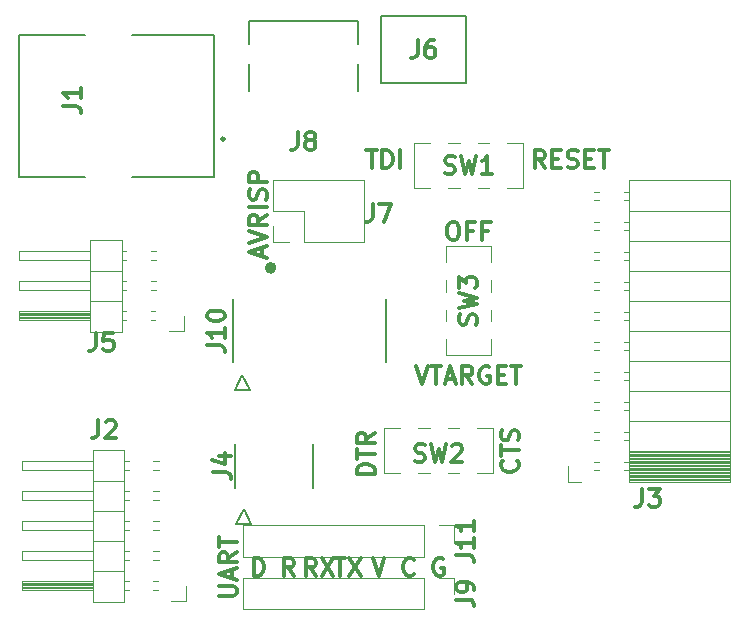
<source format=gto>
G04 #@! TF.GenerationSoftware,KiCad,Pcbnew,6.0.5-a6ca702e91~116~ubuntu20.04.1*
G04 #@! TF.CreationDate,2022-05-18T13:30:29-07:00*
G04 #@! TF.ProjectId,tag-connect-breakout,7461672d-636f-46e6-9e65-63742d627265,rev?*
G04 #@! TF.SameCoordinates,Original*
G04 #@! TF.FileFunction,Legend,Top*
G04 #@! TF.FilePolarity,Positive*
%FSLAX46Y46*%
G04 Gerber Fmt 4.6, Leading zero omitted, Abs format (unit mm)*
G04 Created by KiCad (PCBNEW 6.0.5-a6ca702e91~116~ubuntu20.04.1) date 2022-05-18 13:30:29*
%MOMM*%
%LPD*%
G01*
G04 APERTURE LIST*
%ADD10C,0.300000*%
%ADD11C,0.500000*%
%ADD12C,0.120000*%
%ADD13C,0.127000*%
%ADD14C,0.152400*%
%ADD15C,0.150000*%
G04 APERTURE END LIST*
D10*
X52518571Y-130408857D02*
X53732857Y-130408857D01*
X53875714Y-130337428D01*
X53947142Y-130266000D01*
X54018571Y-130123142D01*
X54018571Y-129837428D01*
X53947142Y-129694571D01*
X53875714Y-129623142D01*
X53732857Y-129551714D01*
X52518571Y-129551714D01*
X53590000Y-128908857D02*
X53590000Y-128194571D01*
X54018571Y-129051714D02*
X52518571Y-128551714D01*
X54018571Y-128051714D01*
X54018571Y-126694571D02*
X53304285Y-127194571D01*
X54018571Y-127551714D02*
X52518571Y-127551714D01*
X52518571Y-126980285D01*
X52590000Y-126837428D01*
X52661428Y-126766000D01*
X52804285Y-126694571D01*
X53018571Y-126694571D01*
X53161428Y-126766000D01*
X53232857Y-126837428D01*
X53304285Y-126980285D01*
X53304285Y-127551714D01*
X52518571Y-126266000D02*
X52518571Y-125408857D01*
X54018571Y-125837428D02*
X52518571Y-125837428D01*
X56130000Y-101615428D02*
X56130000Y-100901142D01*
X56558571Y-101758285D02*
X55058571Y-101258285D01*
X56558571Y-100758285D01*
X55058571Y-100472571D02*
X56558571Y-99972571D01*
X55058571Y-99472571D01*
X56558571Y-98115428D02*
X55844285Y-98615428D01*
X56558571Y-98972571D02*
X55058571Y-98972571D01*
X55058571Y-98401142D01*
X55130000Y-98258285D01*
X55201428Y-98186857D01*
X55344285Y-98115428D01*
X55558571Y-98115428D01*
X55701428Y-98186857D01*
X55772857Y-98258285D01*
X55844285Y-98401142D01*
X55844285Y-98972571D01*
X56558571Y-97472571D02*
X55058571Y-97472571D01*
X56487142Y-96829714D02*
X56558571Y-96615428D01*
X56558571Y-96258285D01*
X56487142Y-96115428D01*
X56415714Y-96044000D01*
X56272857Y-95972571D01*
X56130000Y-95972571D01*
X55987142Y-96044000D01*
X55915714Y-96115428D01*
X55844285Y-96258285D01*
X55772857Y-96544000D01*
X55701428Y-96686857D01*
X55630000Y-96758285D01*
X55487142Y-96829714D01*
X55344285Y-96829714D01*
X55201428Y-96758285D01*
X55130000Y-96686857D01*
X55058571Y-96544000D01*
X55058571Y-96186857D01*
X55130000Y-95972571D01*
X56558571Y-95329714D02*
X55058571Y-95329714D01*
X55058571Y-94758285D01*
X55130000Y-94615428D01*
X55201428Y-94544000D01*
X55344285Y-94472571D01*
X55558571Y-94472571D01*
X55701428Y-94544000D01*
X55772857Y-94615428D01*
X55844285Y-94758285D01*
X55844285Y-95329714D01*
D11*
X57146000Y-102616000D02*
G75*
G03*
X57146000Y-102616000I-250000J0D01*
G01*
D10*
X58884285Y-128694571D02*
X58384285Y-127980285D01*
X58027142Y-128694571D02*
X58027142Y-127194571D01*
X58598571Y-127194571D01*
X58741428Y-127266000D01*
X58812857Y-127337428D01*
X58884285Y-127480285D01*
X58884285Y-127694571D01*
X58812857Y-127837428D01*
X58741428Y-127908857D01*
X58598571Y-127980285D01*
X58027142Y-127980285D01*
X69044285Y-128551714D02*
X68972857Y-128623142D01*
X68758571Y-128694571D01*
X68615714Y-128694571D01*
X68401428Y-128623142D01*
X68258571Y-128480285D01*
X68187142Y-128337428D01*
X68115714Y-128051714D01*
X68115714Y-127837428D01*
X68187142Y-127551714D01*
X68258571Y-127408857D01*
X68401428Y-127266000D01*
X68615714Y-127194571D01*
X68758571Y-127194571D01*
X68972857Y-127266000D01*
X69044285Y-127337428D01*
X60710000Y-128694571D02*
X60210000Y-127980285D01*
X59852857Y-128694571D02*
X59852857Y-127194571D01*
X60424285Y-127194571D01*
X60567142Y-127266000D01*
X60638571Y-127337428D01*
X60710000Y-127480285D01*
X60710000Y-127694571D01*
X60638571Y-127837428D01*
X60567142Y-127908857D01*
X60424285Y-127980285D01*
X59852857Y-127980285D01*
X61210000Y-127194571D02*
X62210000Y-128694571D01*
X62210000Y-127194571D02*
X61210000Y-128694571D01*
X62357142Y-127194571D02*
X63214285Y-127194571D01*
X62785714Y-128694571D02*
X62785714Y-127194571D01*
X63571428Y-127194571D02*
X64571428Y-128694571D01*
X64571428Y-127194571D02*
X63571428Y-128694571D01*
X65540000Y-127194571D02*
X66040000Y-128694571D01*
X66540000Y-127194571D01*
X71512857Y-127266000D02*
X71370000Y-127194571D01*
X71155714Y-127194571D01*
X70941428Y-127266000D01*
X70798571Y-127408857D01*
X70727142Y-127551714D01*
X70655714Y-127837428D01*
X70655714Y-128051714D01*
X70727142Y-128337428D01*
X70798571Y-128480285D01*
X70941428Y-128623142D01*
X71155714Y-128694571D01*
X71298571Y-128694571D01*
X71512857Y-128623142D01*
X71584285Y-128551714D01*
X71584285Y-128051714D01*
X71298571Y-128051714D01*
X55487142Y-128694571D02*
X55487142Y-127194571D01*
X55844285Y-127194571D01*
X56058571Y-127266000D01*
X56201428Y-127408857D01*
X56272857Y-127551714D01*
X56344285Y-127837428D01*
X56344285Y-128051714D01*
X56272857Y-128337428D01*
X56201428Y-128480285D01*
X56058571Y-128623142D01*
X55844285Y-128694571D01*
X55487142Y-128694571D01*
X77751714Y-118931428D02*
X77823142Y-119002857D01*
X77894571Y-119217142D01*
X77894571Y-119360000D01*
X77823142Y-119574285D01*
X77680285Y-119717142D01*
X77537428Y-119788571D01*
X77251714Y-119860000D01*
X77037428Y-119860000D01*
X76751714Y-119788571D01*
X76608857Y-119717142D01*
X76466000Y-119574285D01*
X76394571Y-119360000D01*
X76394571Y-119217142D01*
X76466000Y-119002857D01*
X76537428Y-118931428D01*
X76394571Y-118502857D02*
X76394571Y-117645714D01*
X77894571Y-118074285D02*
X76394571Y-118074285D01*
X77823142Y-117217142D02*
X77894571Y-117002857D01*
X77894571Y-116645714D01*
X77823142Y-116502857D01*
X77751714Y-116431428D01*
X77608857Y-116360000D01*
X77466000Y-116360000D01*
X77323142Y-116431428D01*
X77251714Y-116502857D01*
X77180285Y-116645714D01*
X77108857Y-116931428D01*
X77037428Y-117074285D01*
X76966000Y-117145714D01*
X76823142Y-117217142D01*
X76680285Y-117217142D01*
X76537428Y-117145714D01*
X76466000Y-117074285D01*
X76394571Y-116931428D01*
X76394571Y-116574285D01*
X76466000Y-116360000D01*
X65702571Y-120078285D02*
X64202571Y-120078285D01*
X64202571Y-119721142D01*
X64274000Y-119506857D01*
X64416857Y-119364000D01*
X64559714Y-119292571D01*
X64845428Y-119221142D01*
X65059714Y-119221142D01*
X65345428Y-119292571D01*
X65488285Y-119364000D01*
X65631142Y-119506857D01*
X65702571Y-119721142D01*
X65702571Y-120078285D01*
X64202571Y-118792571D02*
X64202571Y-117935428D01*
X65702571Y-118364000D02*
X64202571Y-118364000D01*
X65702571Y-116578285D02*
X64988285Y-117078285D01*
X65702571Y-117435428D02*
X64202571Y-117435428D01*
X64202571Y-116864000D01*
X64274000Y-116721142D01*
X64345428Y-116649714D01*
X64488285Y-116578285D01*
X64702571Y-116578285D01*
X64845428Y-116649714D01*
X64916857Y-116721142D01*
X64988285Y-116864000D01*
X64988285Y-117435428D01*
X69195714Y-110938571D02*
X69695714Y-112438571D01*
X70195714Y-110938571D01*
X70481428Y-110938571D02*
X71338571Y-110938571D01*
X70910000Y-112438571D02*
X70910000Y-110938571D01*
X71767142Y-112010000D02*
X72481428Y-112010000D01*
X71624285Y-112438571D02*
X72124285Y-110938571D01*
X72624285Y-112438571D01*
X73981428Y-112438571D02*
X73481428Y-111724285D01*
X73124285Y-112438571D02*
X73124285Y-110938571D01*
X73695714Y-110938571D01*
X73838571Y-111010000D01*
X73910000Y-111081428D01*
X73981428Y-111224285D01*
X73981428Y-111438571D01*
X73910000Y-111581428D01*
X73838571Y-111652857D01*
X73695714Y-111724285D01*
X73124285Y-111724285D01*
X75410000Y-111010000D02*
X75267142Y-110938571D01*
X75052857Y-110938571D01*
X74838571Y-111010000D01*
X74695714Y-111152857D01*
X74624285Y-111295714D01*
X74552857Y-111581428D01*
X74552857Y-111795714D01*
X74624285Y-112081428D01*
X74695714Y-112224285D01*
X74838571Y-112367142D01*
X75052857Y-112438571D01*
X75195714Y-112438571D01*
X75410000Y-112367142D01*
X75481428Y-112295714D01*
X75481428Y-111795714D01*
X75195714Y-111795714D01*
X76124285Y-111652857D02*
X76624285Y-111652857D01*
X76838571Y-112438571D02*
X76124285Y-112438571D01*
X76124285Y-110938571D01*
X76838571Y-110938571D01*
X77267142Y-110938571D02*
X78124285Y-110938571D01*
X77695714Y-112438571D02*
X77695714Y-110938571D01*
X72231428Y-98746571D02*
X72517142Y-98746571D01*
X72660000Y-98818000D01*
X72802857Y-98960857D01*
X72874285Y-99246571D01*
X72874285Y-99746571D01*
X72802857Y-100032285D01*
X72660000Y-100175142D01*
X72517142Y-100246571D01*
X72231428Y-100246571D01*
X72088571Y-100175142D01*
X71945714Y-100032285D01*
X71874285Y-99746571D01*
X71874285Y-99246571D01*
X71945714Y-98960857D01*
X72088571Y-98818000D01*
X72231428Y-98746571D01*
X74017142Y-99460857D02*
X73517142Y-99460857D01*
X73517142Y-100246571D02*
X73517142Y-98746571D01*
X74231428Y-98746571D01*
X75302857Y-99460857D02*
X74802857Y-99460857D01*
X74802857Y-100246571D02*
X74802857Y-98746571D01*
X75517142Y-98746571D01*
X80117428Y-94150571D02*
X79617428Y-93436285D01*
X79260285Y-94150571D02*
X79260285Y-92650571D01*
X79831714Y-92650571D01*
X79974571Y-92722000D01*
X80046000Y-92793428D01*
X80117428Y-92936285D01*
X80117428Y-93150571D01*
X80046000Y-93293428D01*
X79974571Y-93364857D01*
X79831714Y-93436285D01*
X79260285Y-93436285D01*
X80760285Y-93364857D02*
X81260285Y-93364857D01*
X81474571Y-94150571D02*
X80760285Y-94150571D01*
X80760285Y-92650571D01*
X81474571Y-92650571D01*
X82046000Y-94079142D02*
X82260285Y-94150571D01*
X82617428Y-94150571D01*
X82760285Y-94079142D01*
X82831714Y-94007714D01*
X82903142Y-93864857D01*
X82903142Y-93722000D01*
X82831714Y-93579142D01*
X82760285Y-93507714D01*
X82617428Y-93436285D01*
X82331714Y-93364857D01*
X82188857Y-93293428D01*
X82117428Y-93222000D01*
X82046000Y-93079142D01*
X82046000Y-92936285D01*
X82117428Y-92793428D01*
X82188857Y-92722000D01*
X82331714Y-92650571D01*
X82688857Y-92650571D01*
X82903142Y-92722000D01*
X83546000Y-93364857D02*
X84046000Y-93364857D01*
X84260285Y-94150571D02*
X83546000Y-94150571D01*
X83546000Y-92650571D01*
X84260285Y-92650571D01*
X84688857Y-92650571D02*
X85546000Y-92650571D01*
X85117428Y-94150571D02*
X85117428Y-92650571D01*
X65012285Y-92650571D02*
X65869428Y-92650571D01*
X65440857Y-94150571D02*
X65440857Y-92650571D01*
X66369428Y-94150571D02*
X66369428Y-92650571D01*
X66726571Y-92650571D01*
X66940857Y-92722000D01*
X67083714Y-92864857D01*
X67155142Y-93007714D01*
X67226571Y-93293428D01*
X67226571Y-93507714D01*
X67155142Y-93793428D01*
X67083714Y-93936285D01*
X66940857Y-94079142D01*
X66726571Y-94150571D01*
X66369428Y-94150571D01*
X67869428Y-94150571D02*
X67869428Y-92650571D01*
G04 #@! TO.C,J7*
X65540000Y-97222571D02*
X65540000Y-98294000D01*
X65468571Y-98508285D01*
X65325714Y-98651142D01*
X65111428Y-98722571D01*
X64968571Y-98722571D01*
X66111428Y-97222571D02*
X67111428Y-97222571D01*
X66468571Y-98722571D01*
G04 #@! TO.C,J1*
X39310571Y-88892000D02*
X40382000Y-88892000D01*
X40596285Y-88963428D01*
X40739142Y-89106285D01*
X40810571Y-89320571D01*
X40810571Y-89463428D01*
X40810571Y-87392000D02*
X40810571Y-88249142D01*
X40810571Y-87820571D02*
X39310571Y-87820571D01*
X39524857Y-87963428D01*
X39667714Y-88106285D01*
X39739142Y-88249142D01*
G04 #@! TO.C,J11*
X72628571Y-126944285D02*
X73700000Y-126944285D01*
X73914285Y-127015714D01*
X74057142Y-127158571D01*
X74128571Y-127372857D01*
X74128571Y-127515714D01*
X74128571Y-125444285D02*
X74128571Y-126301428D01*
X74128571Y-125872857D02*
X72628571Y-125872857D01*
X72842857Y-126015714D01*
X72985714Y-126158571D01*
X73057142Y-126301428D01*
X74128571Y-124015714D02*
X74128571Y-124872857D01*
X74128571Y-124444285D02*
X72628571Y-124444285D01*
X72842857Y-124587142D01*
X72985714Y-124730000D01*
X73057142Y-124872857D01*
G04 #@! TO.C,J2*
X42312500Y-115510571D02*
X42312500Y-116582000D01*
X42241071Y-116796285D01*
X42098214Y-116939142D01*
X41883928Y-117010571D01*
X41741071Y-117010571D01*
X42955357Y-115653428D02*
X43026785Y-115582000D01*
X43169642Y-115510571D01*
X43526785Y-115510571D01*
X43669642Y-115582000D01*
X43741071Y-115653428D01*
X43812500Y-115796285D01*
X43812500Y-115939142D01*
X43741071Y-116153428D01*
X42883928Y-117010571D01*
X43812500Y-117010571D01*
G04 #@! TO.C,SW3*
X74267142Y-107410000D02*
X74338571Y-107195714D01*
X74338571Y-106838571D01*
X74267142Y-106695714D01*
X74195714Y-106624285D01*
X74052857Y-106552857D01*
X73910000Y-106552857D01*
X73767142Y-106624285D01*
X73695714Y-106695714D01*
X73624285Y-106838571D01*
X73552857Y-107124285D01*
X73481428Y-107267142D01*
X73410000Y-107338571D01*
X73267142Y-107410000D01*
X73124285Y-107410000D01*
X72981428Y-107338571D01*
X72910000Y-107267142D01*
X72838571Y-107124285D01*
X72838571Y-106767142D01*
X72910000Y-106552857D01*
X72838571Y-106052857D02*
X74338571Y-105695714D01*
X73267142Y-105410000D01*
X74338571Y-105124285D01*
X72838571Y-104767142D01*
X72838571Y-104338571D02*
X72838571Y-103410000D01*
X73410000Y-103910000D01*
X73410000Y-103695714D01*
X73481428Y-103552857D01*
X73552857Y-103481428D01*
X73695714Y-103410000D01*
X74052857Y-103410000D01*
X74195714Y-103481428D01*
X74267142Y-103552857D01*
X74338571Y-103695714D01*
X74338571Y-104124285D01*
X74267142Y-104267142D01*
X74195714Y-104338571D01*
G04 #@! TO.C,SW2*
X69120000Y-118971142D02*
X69334285Y-119042571D01*
X69691428Y-119042571D01*
X69834285Y-118971142D01*
X69905714Y-118899714D01*
X69977142Y-118756857D01*
X69977142Y-118614000D01*
X69905714Y-118471142D01*
X69834285Y-118399714D01*
X69691428Y-118328285D01*
X69405714Y-118256857D01*
X69262857Y-118185428D01*
X69191428Y-118114000D01*
X69120000Y-117971142D01*
X69120000Y-117828285D01*
X69191428Y-117685428D01*
X69262857Y-117614000D01*
X69405714Y-117542571D01*
X69762857Y-117542571D01*
X69977142Y-117614000D01*
X70477142Y-117542571D02*
X70834285Y-119042571D01*
X71120000Y-117971142D01*
X71405714Y-119042571D01*
X71762857Y-117542571D01*
X72262857Y-117685428D02*
X72334285Y-117614000D01*
X72477142Y-117542571D01*
X72834285Y-117542571D01*
X72977142Y-117614000D01*
X73048571Y-117685428D01*
X73120000Y-117828285D01*
X73120000Y-117971142D01*
X73048571Y-118185428D01*
X72191428Y-119042571D01*
X73120000Y-119042571D01*
G04 #@! TO.C,SW1*
X71660000Y-94587142D02*
X71874285Y-94658571D01*
X72231428Y-94658571D01*
X72374285Y-94587142D01*
X72445714Y-94515714D01*
X72517142Y-94372857D01*
X72517142Y-94230000D01*
X72445714Y-94087142D01*
X72374285Y-94015714D01*
X72231428Y-93944285D01*
X71945714Y-93872857D01*
X71802857Y-93801428D01*
X71731428Y-93730000D01*
X71660000Y-93587142D01*
X71660000Y-93444285D01*
X71731428Y-93301428D01*
X71802857Y-93230000D01*
X71945714Y-93158571D01*
X72302857Y-93158571D01*
X72517142Y-93230000D01*
X73017142Y-93158571D02*
X73374285Y-94658571D01*
X73660000Y-93587142D01*
X73945714Y-94658571D01*
X74302857Y-93158571D01*
X75660000Y-94658571D02*
X74802857Y-94658571D01*
X75231428Y-94658571D02*
X75231428Y-93158571D01*
X75088571Y-93372857D01*
X74945714Y-93515714D01*
X74802857Y-93587142D01*
G04 #@! TO.C,J10*
X51502571Y-109164285D02*
X52574000Y-109164285D01*
X52788285Y-109235714D01*
X52931142Y-109378571D01*
X53002571Y-109592857D01*
X53002571Y-109735714D01*
X53002571Y-107664285D02*
X53002571Y-108521428D01*
X53002571Y-108092857D02*
X51502571Y-108092857D01*
X51716857Y-108235714D01*
X51859714Y-108378571D01*
X51931142Y-108521428D01*
X51502571Y-106735714D02*
X51502571Y-106592857D01*
X51574000Y-106450000D01*
X51645428Y-106378571D01*
X51788285Y-106307142D01*
X52074000Y-106235714D01*
X52431142Y-106235714D01*
X52716857Y-106307142D01*
X52859714Y-106378571D01*
X52931142Y-106450000D01*
X53002571Y-106592857D01*
X53002571Y-106735714D01*
X52931142Y-106878571D01*
X52859714Y-106950000D01*
X52716857Y-107021428D01*
X52431142Y-107092857D01*
X52074000Y-107092857D01*
X51788285Y-107021428D01*
X51645428Y-106950000D01*
X51574000Y-106878571D01*
X51502571Y-106735714D01*
G04 #@! TO.C,J9*
X72628571Y-130700000D02*
X73700000Y-130700000D01*
X73914285Y-130771428D01*
X74057142Y-130914285D01*
X74128571Y-131128571D01*
X74128571Y-131271428D01*
X74128571Y-129914285D02*
X74128571Y-129628571D01*
X74057142Y-129485714D01*
X73985714Y-129414285D01*
X73771428Y-129271428D01*
X73485714Y-129200000D01*
X72914285Y-129200000D01*
X72771428Y-129271428D01*
X72700000Y-129342857D01*
X72628571Y-129485714D01*
X72628571Y-129771428D01*
X72700000Y-129914285D01*
X72771428Y-129985714D01*
X72914285Y-130057142D01*
X73271428Y-130057142D01*
X73414285Y-129985714D01*
X73485714Y-129914285D01*
X73557142Y-129771428D01*
X73557142Y-129485714D01*
X73485714Y-129342857D01*
X73414285Y-129271428D01*
X73271428Y-129200000D01*
G04 #@! TO.C,J8*
X59190000Y-91126571D02*
X59190000Y-92198000D01*
X59118571Y-92412285D01*
X58975714Y-92555142D01*
X58761428Y-92626571D01*
X58618571Y-92626571D01*
X60118571Y-91769428D02*
X59975714Y-91698000D01*
X59904285Y-91626571D01*
X59832857Y-91483714D01*
X59832857Y-91412285D01*
X59904285Y-91269428D01*
X59975714Y-91198000D01*
X60118571Y-91126571D01*
X60404285Y-91126571D01*
X60547142Y-91198000D01*
X60618571Y-91269428D01*
X60690000Y-91412285D01*
X60690000Y-91483714D01*
X60618571Y-91626571D01*
X60547142Y-91698000D01*
X60404285Y-91769428D01*
X60118571Y-91769428D01*
X59975714Y-91840857D01*
X59904285Y-91912285D01*
X59832857Y-92055142D01*
X59832857Y-92340857D01*
X59904285Y-92483714D01*
X59975714Y-92555142D01*
X60118571Y-92626571D01*
X60404285Y-92626571D01*
X60547142Y-92555142D01*
X60618571Y-92483714D01*
X60690000Y-92340857D01*
X60690000Y-92055142D01*
X60618571Y-91912285D01*
X60547142Y-91840857D01*
X60404285Y-91769428D01*
G04 #@! TO.C,J6*
X69350000Y-83358571D02*
X69350000Y-84430000D01*
X69278571Y-84644285D01*
X69135714Y-84787142D01*
X68921428Y-84858571D01*
X68778571Y-84858571D01*
X70707142Y-83358571D02*
X70421428Y-83358571D01*
X70278571Y-83430000D01*
X70207142Y-83501428D01*
X70064285Y-83715714D01*
X69992857Y-84001428D01*
X69992857Y-84572857D01*
X70064285Y-84715714D01*
X70135714Y-84787142D01*
X70278571Y-84858571D01*
X70564285Y-84858571D01*
X70707142Y-84787142D01*
X70778571Y-84715714D01*
X70850000Y-84572857D01*
X70850000Y-84215714D01*
X70778571Y-84072857D01*
X70707142Y-84001428D01*
X70564285Y-83930000D01*
X70278571Y-83930000D01*
X70135714Y-84001428D01*
X70064285Y-84072857D01*
X69992857Y-84215714D01*
G04 #@! TO.C,J5*
X42105000Y-108128571D02*
X42105000Y-109200000D01*
X42033571Y-109414285D01*
X41890714Y-109557142D01*
X41676428Y-109628571D01*
X41533571Y-109628571D01*
X43533571Y-108128571D02*
X42819285Y-108128571D01*
X42747857Y-108842857D01*
X42819285Y-108771428D01*
X42962142Y-108700000D01*
X43319285Y-108700000D01*
X43462142Y-108771428D01*
X43533571Y-108842857D01*
X43605000Y-108985714D01*
X43605000Y-109342857D01*
X43533571Y-109485714D01*
X43462142Y-109557142D01*
X43319285Y-109628571D01*
X42962142Y-109628571D01*
X42819285Y-109557142D01*
X42747857Y-109485714D01*
G04 #@! TO.C,J4*
X52010571Y-119880000D02*
X53082000Y-119880000D01*
X53296285Y-119951428D01*
X53439142Y-120094285D01*
X53510571Y-120308571D01*
X53510571Y-120451428D01*
X52510571Y-118522857D02*
X53510571Y-118522857D01*
X51939142Y-118880000D02*
X53010571Y-119237142D01*
X53010571Y-118308571D01*
G04 #@! TO.C,J3*
X88350000Y-121328571D02*
X88350000Y-122400000D01*
X88278571Y-122614285D01*
X88135714Y-122757142D01*
X87921428Y-122828571D01*
X87778571Y-122828571D01*
X88921428Y-121328571D02*
X89850000Y-121328571D01*
X89350000Y-121900000D01*
X89564285Y-121900000D01*
X89707142Y-121971428D01*
X89778571Y-122042857D01*
X89850000Y-122185714D01*
X89850000Y-122542857D01*
X89778571Y-122685714D01*
X89707142Y-122757142D01*
X89564285Y-122828571D01*
X89135714Y-122828571D01*
X88992857Y-122757142D01*
X88921428Y-122685714D01*
D12*
G04 #@! TO.C,J7*
X59690000Y-97790000D02*
X57090000Y-97790000D01*
X57090000Y-100390000D02*
X57090000Y-99060000D01*
X64830000Y-100390000D02*
X64830000Y-95190000D01*
X59690000Y-100390000D02*
X64830000Y-100390000D01*
X58420000Y-100390000D02*
X57090000Y-100390000D01*
X57090000Y-95190000D02*
X64830000Y-95190000D01*
X57090000Y-97790000D02*
X57090000Y-95190000D01*
X59690000Y-100390000D02*
X59690000Y-97790000D01*
D10*
G04 #@! TO.C,J1*
X52980000Y-91700000D02*
G75*
G03*
X52980000Y-91700000I-100000J0D01*
G01*
D13*
X41180000Y-94935000D02*
X35560000Y-94935000D01*
X52070000Y-82865000D02*
X52070000Y-94935000D01*
X35560000Y-82865000D02*
X41180000Y-82865000D01*
X52070000Y-94935000D02*
X45180000Y-94935000D01*
X45180000Y-82865000D02*
X52070000Y-82865000D01*
X35560000Y-94935000D02*
X35560000Y-82865000D01*
D12*
G04 #@! TO.C,J11*
X71120000Y-124400000D02*
X72450000Y-124400000D01*
X69850000Y-124400000D02*
X69850000Y-127060000D01*
X69850000Y-127060000D02*
X54550000Y-127060000D01*
X72450000Y-124400000D02*
X72450000Y-125730000D01*
X54550000Y-124400000D02*
X54550000Y-127060000D01*
X69850000Y-124400000D02*
X54550000Y-124400000D01*
G04 #@! TO.C,J2*
X44487500Y-130870000D02*
X44487500Y-118050000D01*
X44884571Y-129160000D02*
X44487500Y-129160000D01*
X44884571Y-122300000D02*
X44487500Y-122300000D01*
X44884571Y-119000000D02*
X44487500Y-119000000D01*
X35827500Y-122300000D02*
X35827500Y-121540000D01*
X44487500Y-123190000D02*
X41827500Y-123190000D01*
X41827500Y-129260000D02*
X35827500Y-129260000D01*
X35827500Y-126620000D02*
X41827500Y-126620000D01*
X44884571Y-129920000D02*
X44487500Y-129920000D01*
X44884571Y-127380000D02*
X44487500Y-127380000D01*
X41827500Y-124840000D02*
X35827500Y-124840000D01*
X41827500Y-129620000D02*
X35827500Y-129620000D01*
X44884571Y-119760000D02*
X44487500Y-119760000D01*
X41827500Y-127380000D02*
X35827500Y-127380000D01*
X47424571Y-127380000D02*
X46970429Y-127380000D01*
X49737500Y-129540000D02*
X49737500Y-130810000D01*
X35827500Y-124840000D02*
X35827500Y-124080000D01*
X35827500Y-129160000D02*
X41827500Y-129160000D01*
X35827500Y-121540000D02*
X41827500Y-121540000D01*
X35827500Y-127380000D02*
X35827500Y-126620000D01*
X47357500Y-129160000D02*
X46970429Y-129160000D01*
X44884571Y-126620000D02*
X44487500Y-126620000D01*
X47424571Y-124840000D02*
X46970429Y-124840000D01*
X41827500Y-129920000D02*
X35827500Y-129920000D01*
X49737500Y-130810000D02*
X48467500Y-130810000D01*
X41827500Y-118050000D02*
X41827500Y-130870000D01*
X47424571Y-126620000D02*
X46970429Y-126620000D01*
X35827500Y-124080000D02*
X41827500Y-124080000D01*
X47424571Y-122300000D02*
X46970429Y-122300000D01*
X44487500Y-128270000D02*
X41827500Y-128270000D01*
X44884571Y-124080000D02*
X44487500Y-124080000D01*
X47424571Y-119000000D02*
X46970429Y-119000000D01*
X41827500Y-122300000D02*
X35827500Y-122300000D01*
X44487500Y-118050000D02*
X41827500Y-118050000D01*
X44487500Y-120650000D02*
X41827500Y-120650000D01*
X35827500Y-119760000D02*
X35827500Y-119000000D01*
X47424571Y-119760000D02*
X46970429Y-119760000D01*
X41827500Y-130870000D02*
X44487500Y-130870000D01*
X47424571Y-124080000D02*
X46970429Y-124080000D01*
X47424571Y-121540000D02*
X46970429Y-121540000D01*
X44487500Y-125730000D02*
X41827500Y-125730000D01*
X41827500Y-129500000D02*
X35827500Y-129500000D01*
X44884571Y-124840000D02*
X44487500Y-124840000D01*
X41827500Y-129860000D02*
X35827500Y-129860000D01*
X44884571Y-121540000D02*
X44487500Y-121540000D01*
X47357500Y-129920000D02*
X46970429Y-129920000D01*
X41827500Y-129740000D02*
X35827500Y-129740000D01*
X35827500Y-119000000D02*
X41827500Y-119000000D01*
X35827500Y-129920000D02*
X35827500Y-129160000D01*
X41827500Y-129380000D02*
X35827500Y-129380000D01*
X41827500Y-119760000D02*
X35827500Y-119760000D01*
G04 #@! TO.C,SW3*
X71750000Y-100800000D02*
X75570000Y-100800000D01*
X71750000Y-108670000D02*
X71750000Y-110020000D01*
X71750000Y-110020000D02*
X75570000Y-110020000D01*
X75570000Y-110020000D02*
X75570000Y-108670000D01*
X71750000Y-106170000D02*
X71750000Y-107150000D01*
X71750000Y-100800000D02*
X71750000Y-102150000D01*
X75570000Y-100800000D02*
X75570000Y-102150000D01*
X71750000Y-103670000D02*
X71750000Y-104650000D01*
X75570000Y-106170000D02*
X75570000Y-107150000D01*
X75570000Y-103670000D02*
X75570000Y-104650000D01*
G04 #@! TO.C,SW2*
X66510000Y-120020000D02*
X66510000Y-116200000D01*
X74380000Y-120020000D02*
X75730000Y-120020000D01*
X75730000Y-120020000D02*
X75730000Y-116200000D01*
X75730000Y-116200000D02*
X74380000Y-116200000D01*
X71880000Y-120020000D02*
X72860000Y-120020000D01*
X66510000Y-120020000D02*
X67860000Y-120020000D01*
X66510000Y-116200000D02*
X67860000Y-116200000D01*
X69380000Y-120020000D02*
X70360000Y-120020000D01*
X71880000Y-116200000D02*
X72860000Y-116200000D01*
X69380000Y-116200000D02*
X70360000Y-116200000D01*
G04 #@! TO.C,SW1*
X75400000Y-95890000D02*
X74420000Y-95890000D01*
X72900000Y-95890000D02*
X71920000Y-95890000D01*
X75400000Y-92070000D02*
X74420000Y-92070000D01*
X78270000Y-95890000D02*
X76920000Y-95890000D01*
X78270000Y-92070000D02*
X76920000Y-92070000D01*
X72900000Y-92070000D02*
X71920000Y-92070000D01*
X69050000Y-95890000D02*
X70400000Y-95890000D01*
X69050000Y-92070000D02*
X69050000Y-95890000D01*
X70400000Y-92070000D02*
X69050000Y-92070000D01*
X78270000Y-92070000D02*
X78270000Y-95890000D01*
D14*
G04 #@! TO.C,J10*
X53721000Y-105283000D02*
X53721000Y-110617000D01*
X66675000Y-110617000D02*
X66675000Y-105283000D01*
X55118000Y-112981740D02*
X54483000Y-111711740D01*
X53848000Y-112981740D02*
X55118000Y-112981740D01*
X54483000Y-111711740D02*
X53848000Y-112981740D01*
D12*
G04 #@! TO.C,J9*
X71120000Y-128870000D02*
X72450000Y-128870000D01*
X69850000Y-128870000D02*
X69850000Y-131530000D01*
X69850000Y-131530000D02*
X54550000Y-131530000D01*
X72450000Y-128870000D02*
X72450000Y-130200000D01*
X54550000Y-128870000D02*
X54550000Y-131530000D01*
X69850000Y-128870000D02*
X54550000Y-128870000D01*
D15*
G04 #@! TO.C,J8*
X55090000Y-85310000D02*
X55090000Y-87610000D01*
X55090000Y-81710000D02*
X55090000Y-83660000D01*
X64290000Y-85310000D02*
X64290000Y-87610000D01*
X64290000Y-81710000D02*
X64290000Y-83660000D01*
X55090000Y-81710000D02*
X64290000Y-81710000D01*
G04 #@! TO.C,J6*
X66250000Y-86930000D02*
X66250000Y-81280000D01*
X73450000Y-86930000D02*
X66250000Y-86930000D01*
X73450000Y-81280000D02*
X73450000Y-86930000D01*
X73450000Y-81280000D02*
X66250000Y-81280000D01*
D12*
G04 #@! TO.C,J5*
X35620000Y-107060000D02*
X35620000Y-106300000D01*
X41620000Y-106520000D02*
X35620000Y-106520000D01*
X41620000Y-101980000D02*
X35620000Y-101980000D01*
X41620000Y-107060000D02*
X35620000Y-107060000D01*
X41620000Y-106760000D02*
X35620000Y-106760000D01*
X35620000Y-106300000D02*
X41620000Y-106300000D01*
X35620000Y-101220000D02*
X41620000Y-101220000D01*
X44280000Y-102870000D02*
X41620000Y-102870000D01*
X47217071Y-103760000D02*
X46762929Y-103760000D01*
X49530000Y-106680000D02*
X49530000Y-107950000D01*
X44280000Y-105410000D02*
X41620000Y-105410000D01*
X41620000Y-106400000D02*
X35620000Y-106400000D01*
X44677071Y-103760000D02*
X44280000Y-103760000D01*
X41620000Y-106640000D02*
X35620000Y-106640000D01*
X47217071Y-101980000D02*
X46762929Y-101980000D01*
X47217071Y-104520000D02*
X46762929Y-104520000D01*
X41620000Y-107000000D02*
X35620000Y-107000000D01*
X44677071Y-101220000D02*
X44280000Y-101220000D01*
X41620000Y-106880000D02*
X35620000Y-106880000D01*
X41620000Y-104520000D02*
X35620000Y-104520000D01*
X44280000Y-108010000D02*
X44280000Y-100270000D01*
X49530000Y-107950000D02*
X48260000Y-107950000D01*
X47150000Y-106300000D02*
X46762929Y-106300000D01*
X47217071Y-101220000D02*
X46762929Y-101220000D01*
X44677071Y-106300000D02*
X44280000Y-106300000D01*
X44677071Y-107060000D02*
X44280000Y-107060000D01*
X41620000Y-108010000D02*
X44280000Y-108010000D01*
X44677071Y-101980000D02*
X44280000Y-101980000D01*
X35620000Y-104520000D02*
X35620000Y-103760000D01*
X44677071Y-104520000D02*
X44280000Y-104520000D01*
X44280000Y-100270000D02*
X41620000Y-100270000D01*
X35620000Y-101980000D02*
X35620000Y-101220000D01*
X47150000Y-107060000D02*
X46762929Y-107060000D01*
X41620000Y-100270000D02*
X41620000Y-108010000D01*
X35620000Y-103760000D02*
X41620000Y-103760000D01*
D14*
G04 #@! TO.C,J4*
X54610000Y-122989340D02*
X53975000Y-124259340D01*
X53975000Y-124259340D02*
X55245000Y-124259340D01*
X55245000Y-124259340D02*
X54610000Y-122989340D01*
X60452000Y-121221500D02*
X60452000Y-117538500D01*
X53848000Y-117538500D02*
X53848000Y-121221500D01*
D12*
G04 #@! TO.C,J3*
X87200000Y-104500000D02*
X86790000Y-104500000D01*
X95830000Y-105410000D02*
X87200000Y-105410000D01*
X95830000Y-120590000D02*
X87200000Y-120590000D01*
X87200000Y-101240000D02*
X86790000Y-101240000D01*
X95830000Y-119999525D02*
X87200000Y-119999525D01*
X83200000Y-120710000D02*
X82090000Y-120710000D01*
X84690000Y-114660000D02*
X84250000Y-114660000D01*
X95830000Y-119290955D02*
X87200000Y-119290955D01*
X87200000Y-101960000D02*
X86790000Y-101960000D01*
X87200000Y-119740000D02*
X86790000Y-119740000D01*
X95830000Y-107950000D02*
X87200000Y-107950000D01*
X84690000Y-99420000D02*
X84250000Y-99420000D01*
X95830000Y-118346195D02*
X87200000Y-118346195D01*
X95830000Y-119054765D02*
X87200000Y-119054765D01*
X84690000Y-96160000D02*
X84250000Y-96160000D01*
X87200000Y-119020000D02*
X86790000Y-119020000D01*
X84690000Y-108860000D02*
X84250000Y-108860000D01*
X84690000Y-119020000D02*
X84310000Y-119020000D01*
X87200000Y-116480000D02*
X86790000Y-116480000D01*
X84690000Y-113940000D02*
X84250000Y-113940000D01*
X87200000Y-112120000D02*
X86790000Y-112120000D01*
X87200000Y-114660000D02*
X86790000Y-114660000D01*
X84690000Y-107040000D02*
X84250000Y-107040000D01*
X95830000Y-120471905D02*
X87200000Y-120471905D01*
X95830000Y-118582385D02*
X87200000Y-118582385D01*
X87200000Y-99420000D02*
X86790000Y-99420000D01*
X87200000Y-108860000D02*
X86790000Y-108860000D01*
X95830000Y-97790000D02*
X87200000Y-97790000D01*
X95830000Y-120710000D02*
X87200000Y-120710000D01*
X87200000Y-98700000D02*
X86790000Y-98700000D01*
X84690000Y-98700000D02*
X84250000Y-98700000D01*
X84690000Y-104500000D02*
X84250000Y-104500000D01*
X87200000Y-107040000D02*
X86790000Y-107040000D01*
X95830000Y-118818575D02*
X87200000Y-118818575D01*
X95830000Y-118936670D02*
X87200000Y-118936670D01*
X87200000Y-96160000D02*
X86790000Y-96160000D01*
X95830000Y-120235715D02*
X87200000Y-120235715D01*
X95830000Y-120117620D02*
X87200000Y-120117620D01*
X87200000Y-109580000D02*
X86790000Y-109580000D01*
X95830000Y-95190000D02*
X87200000Y-95190000D01*
X84690000Y-111400000D02*
X84250000Y-111400000D01*
X95830000Y-118110000D02*
X87200000Y-118110000D01*
X87200000Y-120710000D02*
X87200000Y-95190000D01*
X95830000Y-110490000D02*
X87200000Y-110490000D01*
X95830000Y-119527145D02*
X87200000Y-119527145D01*
X84690000Y-109580000D02*
X84250000Y-109580000D01*
X95830000Y-119881430D02*
X87200000Y-119881430D01*
X82090000Y-120710000D02*
X82090000Y-119380000D01*
X84690000Y-106320000D02*
X84250000Y-106320000D01*
X95830000Y-118464290D02*
X87200000Y-118464290D01*
X87200000Y-117200000D02*
X86790000Y-117200000D01*
X95830000Y-113030000D02*
X87200000Y-113030000D01*
X95830000Y-100330000D02*
X87200000Y-100330000D01*
X84690000Y-96880000D02*
X84250000Y-96880000D01*
X95830000Y-120710000D02*
X95830000Y-95190000D01*
X84690000Y-112120000D02*
X84250000Y-112120000D01*
X84690000Y-117200000D02*
X84250000Y-117200000D01*
X87200000Y-113940000D02*
X86790000Y-113940000D01*
X84690000Y-101240000D02*
X84250000Y-101240000D01*
X95830000Y-118700480D02*
X87200000Y-118700480D01*
X95830000Y-115570000D02*
X87200000Y-115570000D01*
X95830000Y-119645240D02*
X87200000Y-119645240D01*
X95830000Y-102870000D02*
X87200000Y-102870000D01*
X84690000Y-119740000D02*
X84310000Y-119740000D01*
X87200000Y-103780000D02*
X86790000Y-103780000D01*
X95830000Y-118228100D02*
X87200000Y-118228100D01*
X87200000Y-106320000D02*
X86790000Y-106320000D01*
X84690000Y-101960000D02*
X84250000Y-101960000D01*
X95830000Y-120353810D02*
X87200000Y-120353810D01*
X95830000Y-119409050D02*
X87200000Y-119409050D01*
X87200000Y-111400000D02*
X86790000Y-111400000D01*
X95830000Y-119763335D02*
X87200000Y-119763335D01*
X84690000Y-116480000D02*
X84250000Y-116480000D01*
X84690000Y-103780000D02*
X84250000Y-103780000D01*
X95830000Y-119172860D02*
X87200000Y-119172860D01*
X87200000Y-96880000D02*
X86790000Y-96880000D01*
G04 #@! TD*
M02*

</source>
